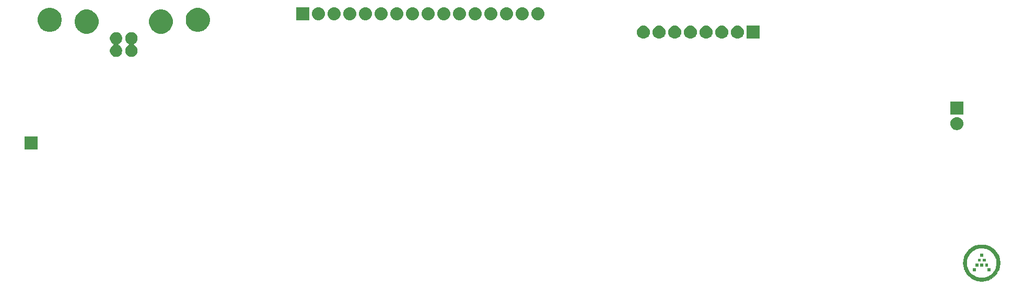
<source format=gbs>
G04 #@! TF.GenerationSoftware,KiCad,Pcbnew,(5.1.4)-1*
G04 #@! TF.CreationDate,2020-03-31T09:16:42+09:00*
G04 #@! TF.ProjectId,ssk-controller,73736b2d-636f-46e7-9472-6f6c6c65722e,rev?*
G04 #@! TF.SameCoordinates,Original*
G04 #@! TF.FileFunction,Soldermask,Bot*
G04 #@! TF.FilePolarity,Negative*
%FSLAX46Y46*%
G04 Gerber Fmt 4.6, Leading zero omitted, Abs format (unit mm)*
G04 Created by KiCad (PCBNEW (5.1.4)-1) date 2020-03-31 09:16:42*
%MOMM*%
%LPD*%
G04 APERTURE LIST*
%ADD10C,0.010000*%
%ADD11C,0.100000*%
G04 APERTURE END LIST*
D10*
G36*
X253809500Y-93420500D02*
G01*
X254214312Y-93420500D01*
X254214312Y-93015688D01*
X253809500Y-93015688D01*
X253809500Y-93420500D01*
X253809500Y-93420500D01*
G37*
X253809500Y-93420500D02*
X254214312Y-93420500D01*
X254214312Y-93015688D01*
X253809500Y-93015688D01*
X253809500Y-93420500D01*
G36*
X253404687Y-94206313D02*
G01*
X253809500Y-94206313D01*
X253809500Y-93825313D01*
X253404687Y-93825313D01*
X253404687Y-94206313D01*
X253404687Y-94206313D01*
G37*
X253404687Y-94206313D02*
X253809500Y-94206313D01*
X253809500Y-93825313D01*
X253404687Y-93825313D01*
X253404687Y-94206313D01*
G36*
X254214312Y-94206313D02*
G01*
X254595312Y-94206313D01*
X254595312Y-93825313D01*
X254214312Y-93825313D01*
X254214312Y-94206313D01*
X254214312Y-94206313D01*
G37*
X254214312Y-94206313D02*
X254595312Y-94206313D01*
X254595312Y-93825313D01*
X254214312Y-93825313D01*
X254214312Y-94206313D01*
G36*
X253023687Y-95015938D02*
G01*
X253404687Y-95015938D01*
X253404687Y-94611125D01*
X253023687Y-94611125D01*
X253023687Y-95015938D01*
X253023687Y-95015938D01*
G37*
X253023687Y-95015938D02*
X253404687Y-95015938D01*
X253404687Y-94611125D01*
X253023687Y-94611125D01*
X253023687Y-95015938D01*
G36*
X253809500Y-95015938D02*
G01*
X254214312Y-95015938D01*
X254214312Y-94611125D01*
X253809500Y-94611125D01*
X253809500Y-95015938D01*
X253809500Y-95015938D01*
G37*
X253809500Y-95015938D02*
X254214312Y-95015938D01*
X254214312Y-94611125D01*
X253809500Y-94611125D01*
X253809500Y-95015938D01*
G36*
X254595312Y-95015938D02*
G01*
X255000125Y-95015938D01*
X255000125Y-94611125D01*
X254595312Y-94611125D01*
X254595312Y-95015938D01*
X254595312Y-95015938D01*
G37*
X254595312Y-95015938D02*
X255000125Y-95015938D01*
X255000125Y-94611125D01*
X254595312Y-94611125D01*
X254595312Y-95015938D01*
G36*
X252618875Y-95801750D02*
G01*
X253023687Y-95801750D01*
X253023687Y-95396938D01*
X252618875Y-95396938D01*
X252618875Y-95801750D01*
X252618875Y-95801750D01*
G37*
X252618875Y-95801750D02*
X253023687Y-95801750D01*
X253023687Y-95396938D01*
X252618875Y-95396938D01*
X252618875Y-95801750D01*
G36*
X255000125Y-95801750D02*
G01*
X255404937Y-95801750D01*
X255404937Y-95396938D01*
X255000125Y-95396938D01*
X255000125Y-95801750D01*
X255000125Y-95801750D01*
G37*
X255000125Y-95801750D02*
X255404937Y-95801750D01*
X255404937Y-95396938D01*
X255000125Y-95396938D01*
X255000125Y-95801750D01*
G36*
X253996031Y-91528045D02*
G01*
X253871913Y-91529415D01*
X253760201Y-91533572D01*
X253657608Y-91540919D01*
X253560844Y-91551860D01*
X253466622Y-91566798D01*
X253371653Y-91586137D01*
X253272649Y-91610281D01*
X253227370Y-91622418D01*
X253018823Y-91687656D01*
X252816735Y-91766992D01*
X252621872Y-91860028D01*
X252435001Y-91966368D01*
X252256886Y-92085616D01*
X252104740Y-92203617D01*
X251947072Y-92344342D01*
X251799735Y-92495787D01*
X251663414Y-92656885D01*
X251538792Y-92826567D01*
X251426553Y-93003766D01*
X251327380Y-93187416D01*
X251241958Y-93376447D01*
X251170970Y-93569793D01*
X251122216Y-93737803D01*
X251089145Y-93877789D01*
X251063785Y-94009725D01*
X251045393Y-94138997D01*
X251033225Y-94270993D01*
X251026539Y-94411100D01*
X251025886Y-94436500D01*
X251028605Y-94654797D01*
X251046800Y-94869580D01*
X251080465Y-95080821D01*
X251129594Y-95288489D01*
X251194181Y-95492555D01*
X251258378Y-95656487D01*
X251286461Y-95721752D01*
X251310523Y-95775910D01*
X251332392Y-95822613D01*
X251353893Y-95865513D01*
X251376854Y-95908263D01*
X251403100Y-95954515D01*
X251432225Y-96004156D01*
X251551444Y-96190427D01*
X251681548Y-96365153D01*
X251822671Y-96528465D01*
X251974945Y-96680496D01*
X252138503Y-96821380D01*
X252313476Y-96951248D01*
X252495844Y-97067775D01*
X252548673Y-97098744D01*
X252594586Y-97124721D01*
X252637235Y-97147531D01*
X252680272Y-97169001D01*
X252727349Y-97190957D01*
X252782119Y-97215225D01*
X252843513Y-97241622D01*
X252939746Y-97281169D01*
X253028464Y-97314208D01*
X253115578Y-97342695D01*
X253207002Y-97368589D01*
X253289594Y-97389322D01*
X253454110Y-97424876D01*
X253611205Y-97450553D01*
X253765433Y-97466893D01*
X253921351Y-97474436D01*
X254011906Y-97475013D01*
X254063125Y-97474498D01*
X254111246Y-97473793D01*
X254153126Y-97472960D01*
X254185622Y-97472063D01*
X254205590Y-97471165D01*
X254206375Y-97471109D01*
X254422549Y-97447157D01*
X254635306Y-97408170D01*
X254843787Y-97354467D01*
X255047132Y-97286363D01*
X255244484Y-97204176D01*
X255434982Y-97108225D01*
X255617768Y-96998826D01*
X255768724Y-96893796D01*
X255941651Y-96755449D01*
X256102335Y-96607088D01*
X256250549Y-96449039D01*
X256386071Y-96281632D01*
X256508676Y-96105194D01*
X256618139Y-95920052D01*
X256714237Y-95726535D01*
X256796744Y-95524971D01*
X256865437Y-95315688D01*
X256877582Y-95272630D01*
X256903948Y-95170835D01*
X256925333Y-95074511D01*
X256942141Y-94980367D01*
X256954775Y-94885117D01*
X256963640Y-94785470D01*
X256969138Y-94678140D01*
X256971674Y-94559836D01*
X256971955Y-94503969D01*
X256971280Y-94448608D01*
X256439206Y-94448608D01*
X256439103Y-94528746D01*
X256437437Y-94608410D01*
X256434241Y-94683537D01*
X256429544Y-94750060D01*
X256425824Y-94785750D01*
X256393950Y-94983048D01*
X256347299Y-95174663D01*
X256286049Y-95360222D01*
X256210381Y-95539349D01*
X256120473Y-95711669D01*
X256016506Y-95876809D01*
X255898659Y-96034393D01*
X255767112Y-96184047D01*
X255744776Y-96207260D01*
X255610542Y-96334334D01*
X255464840Y-96452270D01*
X255310369Y-96559090D01*
X255149831Y-96652816D01*
X255104042Y-96676504D01*
X255029634Y-96713153D01*
X254964393Y-96743372D01*
X254903896Y-96768940D01*
X254843722Y-96791634D01*
X254779449Y-96813233D01*
X254714375Y-96833227D01*
X254525162Y-96882640D01*
X254339411Y-96917091D01*
X254155673Y-96936714D01*
X253972497Y-96941642D01*
X253788436Y-96932011D01*
X253721894Y-96925031D01*
X253534562Y-96896087D01*
X253354981Y-96854278D01*
X253180643Y-96798854D01*
X253009041Y-96729064D01*
X252912084Y-96682866D01*
X252741452Y-96589447D01*
X252582036Y-96485712D01*
X252433078Y-96370974D01*
X252293821Y-96244550D01*
X252163506Y-96105754D01*
X252041376Y-95953903D01*
X251933108Y-95798259D01*
X251907982Y-95757068D01*
X251878659Y-95704940D01*
X251846959Y-95645496D01*
X251814701Y-95582356D01*
X251783707Y-95519140D01*
X251755794Y-95459467D01*
X251732785Y-95406957D01*
X251719347Y-95373125D01*
X251656480Y-95181584D01*
X251609084Y-94988845D01*
X251577200Y-94795450D01*
X251560870Y-94601940D01*
X251560132Y-94408857D01*
X251575028Y-94216742D01*
X251605598Y-94026136D01*
X251615401Y-93980094D01*
X251649050Y-93843801D01*
X251687358Y-93717618D01*
X251732296Y-93596007D01*
X251785837Y-93473432D01*
X251823496Y-93395958D01*
X251917201Y-93227110D01*
X252024026Y-93066673D01*
X252143202Y-92915368D01*
X252273963Y-92773914D01*
X252415540Y-92643031D01*
X252567166Y-92523440D01*
X252728073Y-92415860D01*
X252897493Y-92321011D01*
X253041675Y-92253480D01*
X253213303Y-92187085D01*
X253385857Y-92135087D01*
X253561344Y-92097078D01*
X253741774Y-92072651D01*
X253929155Y-92061397D01*
X253992062Y-92060507D01*
X254190157Y-92066877D01*
X254381785Y-92087522D01*
X254567719Y-92122673D01*
X254748735Y-92172567D01*
X254925606Y-92237435D01*
X255099106Y-92317513D01*
X255270009Y-92413035D01*
X255370706Y-92477244D01*
X255510139Y-92578772D01*
X255644337Y-92693278D01*
X255771659Y-92818839D01*
X255890465Y-92953531D01*
X255999114Y-93095431D01*
X256095965Y-93242615D01*
X256179378Y-93393161D01*
X256214174Y-93466080D01*
X256275577Y-93610939D01*
X256325808Y-93750178D01*
X256366065Y-93888126D01*
X256397544Y-94029114D01*
X256421444Y-94177471D01*
X256429845Y-94246000D01*
X256434608Y-94303170D01*
X256437718Y-94372061D01*
X256439206Y-94448608D01*
X256971280Y-94448608D01*
X256970210Y-94360973D01*
X256964336Y-94230106D01*
X256953762Y-94108025D01*
X256937915Y-93991385D01*
X256916223Y-93876844D01*
X256888113Y-93761059D01*
X256853014Y-93640687D01*
X256810353Y-93512384D01*
X256794659Y-93468125D01*
X256716274Y-93273406D01*
X256623434Y-93085072D01*
X256516328Y-92903385D01*
X256395148Y-92728608D01*
X256260083Y-92561003D01*
X256111326Y-92400833D01*
X255949067Y-92248360D01*
X255842229Y-92158179D01*
X255756400Y-92092686D01*
X255658861Y-92025360D01*
X255553252Y-91958412D01*
X255443214Y-91894055D01*
X255332387Y-91834500D01*
X255224411Y-91781958D01*
X255218406Y-91779215D01*
X255148446Y-91749342D01*
X255067265Y-91717956D01*
X254979233Y-91686536D01*
X254888721Y-91656562D01*
X254800099Y-91629511D01*
X254717736Y-91606864D01*
X254685850Y-91598971D01*
X254592625Y-91578203D01*
X254503651Y-91561543D01*
X254415647Y-91548652D01*
X254325331Y-91539195D01*
X254229422Y-91532832D01*
X254124640Y-91529228D01*
X254007705Y-91528044D01*
X253996031Y-91528045D01*
X253996031Y-91528045D01*
G37*
X253996031Y-91528045D02*
X253871913Y-91529415D01*
X253760201Y-91533572D01*
X253657608Y-91540919D01*
X253560844Y-91551860D01*
X253466622Y-91566798D01*
X253371653Y-91586137D01*
X253272649Y-91610281D01*
X253227370Y-91622418D01*
X253018823Y-91687656D01*
X252816735Y-91766992D01*
X252621872Y-91860028D01*
X252435001Y-91966368D01*
X252256886Y-92085616D01*
X252104740Y-92203617D01*
X251947072Y-92344342D01*
X251799735Y-92495787D01*
X251663414Y-92656885D01*
X251538792Y-92826567D01*
X251426553Y-93003766D01*
X251327380Y-93187416D01*
X251241958Y-93376447D01*
X251170970Y-93569793D01*
X251122216Y-93737803D01*
X251089145Y-93877789D01*
X251063785Y-94009725D01*
X251045393Y-94138997D01*
X251033225Y-94270993D01*
X251026539Y-94411100D01*
X251025886Y-94436500D01*
X251028605Y-94654797D01*
X251046800Y-94869580D01*
X251080465Y-95080821D01*
X251129594Y-95288489D01*
X251194181Y-95492555D01*
X251258378Y-95656487D01*
X251286461Y-95721752D01*
X251310523Y-95775910D01*
X251332392Y-95822613D01*
X251353893Y-95865513D01*
X251376854Y-95908263D01*
X251403100Y-95954515D01*
X251432225Y-96004156D01*
X251551444Y-96190427D01*
X251681548Y-96365153D01*
X251822671Y-96528465D01*
X251974945Y-96680496D01*
X252138503Y-96821380D01*
X252313476Y-96951248D01*
X252495844Y-97067775D01*
X252548673Y-97098744D01*
X252594586Y-97124721D01*
X252637235Y-97147531D01*
X252680272Y-97169001D01*
X252727349Y-97190957D01*
X252782119Y-97215225D01*
X252843513Y-97241622D01*
X252939746Y-97281169D01*
X253028464Y-97314208D01*
X253115578Y-97342695D01*
X253207002Y-97368589D01*
X253289594Y-97389322D01*
X253454110Y-97424876D01*
X253611205Y-97450553D01*
X253765433Y-97466893D01*
X253921351Y-97474436D01*
X254011906Y-97475013D01*
X254063125Y-97474498D01*
X254111246Y-97473793D01*
X254153126Y-97472960D01*
X254185622Y-97472063D01*
X254205590Y-97471165D01*
X254206375Y-97471109D01*
X254422549Y-97447157D01*
X254635306Y-97408170D01*
X254843787Y-97354467D01*
X255047132Y-97286363D01*
X255244484Y-97204176D01*
X255434982Y-97108225D01*
X255617768Y-96998826D01*
X255768724Y-96893796D01*
X255941651Y-96755449D01*
X256102335Y-96607088D01*
X256250549Y-96449039D01*
X256386071Y-96281632D01*
X256508676Y-96105194D01*
X256618139Y-95920052D01*
X256714237Y-95726535D01*
X256796744Y-95524971D01*
X256865437Y-95315688D01*
X256877582Y-95272630D01*
X256903948Y-95170835D01*
X256925333Y-95074511D01*
X256942141Y-94980367D01*
X256954775Y-94885117D01*
X256963640Y-94785470D01*
X256969138Y-94678140D01*
X256971674Y-94559836D01*
X256971955Y-94503969D01*
X256971280Y-94448608D01*
X256439206Y-94448608D01*
X256439103Y-94528746D01*
X256437437Y-94608410D01*
X256434241Y-94683537D01*
X256429544Y-94750060D01*
X256425824Y-94785750D01*
X256393950Y-94983048D01*
X256347299Y-95174663D01*
X256286049Y-95360222D01*
X256210381Y-95539349D01*
X256120473Y-95711669D01*
X256016506Y-95876809D01*
X255898659Y-96034393D01*
X255767112Y-96184047D01*
X255744776Y-96207260D01*
X255610542Y-96334334D01*
X255464840Y-96452270D01*
X255310369Y-96559090D01*
X255149831Y-96652816D01*
X255104042Y-96676504D01*
X255029634Y-96713153D01*
X254964393Y-96743372D01*
X254903896Y-96768940D01*
X254843722Y-96791634D01*
X254779449Y-96813233D01*
X254714375Y-96833227D01*
X254525162Y-96882640D01*
X254339411Y-96917091D01*
X254155673Y-96936714D01*
X253972497Y-96941642D01*
X253788436Y-96932011D01*
X253721894Y-96925031D01*
X253534562Y-96896087D01*
X253354981Y-96854278D01*
X253180643Y-96798854D01*
X253009041Y-96729064D01*
X252912084Y-96682866D01*
X252741452Y-96589447D01*
X252582036Y-96485712D01*
X252433078Y-96370974D01*
X252293821Y-96244550D01*
X252163506Y-96105754D01*
X252041376Y-95953903D01*
X251933108Y-95798259D01*
X251907982Y-95757068D01*
X251878659Y-95704940D01*
X251846959Y-95645496D01*
X251814701Y-95582356D01*
X251783707Y-95519140D01*
X251755794Y-95459467D01*
X251732785Y-95406957D01*
X251719347Y-95373125D01*
X251656480Y-95181584D01*
X251609084Y-94988845D01*
X251577200Y-94795450D01*
X251560870Y-94601940D01*
X251560132Y-94408857D01*
X251575028Y-94216742D01*
X251605598Y-94026136D01*
X251615401Y-93980094D01*
X251649050Y-93843801D01*
X251687358Y-93717618D01*
X251732296Y-93596007D01*
X251785837Y-93473432D01*
X251823496Y-93395958D01*
X251917201Y-93227110D01*
X252024026Y-93066673D01*
X252143202Y-92915368D01*
X252273963Y-92773914D01*
X252415540Y-92643031D01*
X252567166Y-92523440D01*
X252728073Y-92415860D01*
X252897493Y-92321011D01*
X253041675Y-92253480D01*
X253213303Y-92187085D01*
X253385857Y-92135087D01*
X253561344Y-92097078D01*
X253741774Y-92072651D01*
X253929155Y-92061397D01*
X253992062Y-92060507D01*
X254190157Y-92066877D01*
X254381785Y-92087522D01*
X254567719Y-92122673D01*
X254748735Y-92172567D01*
X254925606Y-92237435D01*
X255099106Y-92317513D01*
X255270009Y-92413035D01*
X255370706Y-92477244D01*
X255510139Y-92578772D01*
X255644337Y-92693278D01*
X255771659Y-92818839D01*
X255890465Y-92953531D01*
X255999114Y-93095431D01*
X256095965Y-93242615D01*
X256179378Y-93393161D01*
X256214174Y-93466080D01*
X256275577Y-93610939D01*
X256325808Y-93750178D01*
X256366065Y-93888126D01*
X256397544Y-94029114D01*
X256421444Y-94177471D01*
X256429845Y-94246000D01*
X256434608Y-94303170D01*
X256437718Y-94372061D01*
X256439206Y-94448608D01*
X256971280Y-94448608D01*
X256970210Y-94360973D01*
X256964336Y-94230106D01*
X256953762Y-94108025D01*
X256937915Y-93991385D01*
X256916223Y-93876844D01*
X256888113Y-93761059D01*
X256853014Y-93640687D01*
X256810353Y-93512384D01*
X256794659Y-93468125D01*
X256716274Y-93273406D01*
X256623434Y-93085072D01*
X256516328Y-92903385D01*
X256395148Y-92728608D01*
X256260083Y-92561003D01*
X256111326Y-92400833D01*
X255949067Y-92248360D01*
X255842229Y-92158179D01*
X255756400Y-92092686D01*
X255658861Y-92025360D01*
X255553252Y-91958412D01*
X255443214Y-91894055D01*
X255332387Y-91834500D01*
X255224411Y-91781958D01*
X255218406Y-91779215D01*
X255148446Y-91749342D01*
X255067265Y-91717956D01*
X254979233Y-91686536D01*
X254888721Y-91656562D01*
X254800099Y-91629511D01*
X254717736Y-91606864D01*
X254685850Y-91598971D01*
X254592625Y-91578203D01*
X254503651Y-91561543D01*
X254415647Y-91548652D01*
X254325331Y-91539195D01*
X254229422Y-91532832D01*
X254124640Y-91529228D01*
X254007705Y-91528044D01*
X253996031Y-91528045D01*
D11*
G36*
X101050000Y-76050000D02*
G01*
X98950000Y-76050000D01*
X98950000Y-73950000D01*
X101050000Y-73950000D01*
X101050000Y-76050000D01*
X101050000Y-76050000D01*
G37*
G36*
X250128707Y-70816346D02*
G01*
X250205836Y-70823943D01*
X250403762Y-70883983D01*
X250403765Y-70883984D01*
X250586170Y-70981482D01*
X250746055Y-71112695D01*
X250877268Y-71272580D01*
X250974766Y-71454985D01*
X250974767Y-71454988D01*
X251034807Y-71652914D01*
X251055080Y-71858750D01*
X251034807Y-72064586D01*
X250974767Y-72262512D01*
X250974766Y-72262515D01*
X250877268Y-72444920D01*
X250746055Y-72604805D01*
X250586170Y-72736018D01*
X250403765Y-72833516D01*
X250403762Y-72833517D01*
X250205836Y-72893557D01*
X250128707Y-72901153D01*
X250051580Y-72908750D01*
X249948420Y-72908750D01*
X249871293Y-72901153D01*
X249794164Y-72893557D01*
X249596238Y-72833517D01*
X249596235Y-72833516D01*
X249413830Y-72736018D01*
X249253945Y-72604805D01*
X249122732Y-72444920D01*
X249025234Y-72262515D01*
X249025233Y-72262512D01*
X248965193Y-72064586D01*
X248944920Y-71858750D01*
X248965193Y-71652914D01*
X249025233Y-71454988D01*
X249025234Y-71454985D01*
X249122732Y-71272580D01*
X249253945Y-71112695D01*
X249413830Y-70981482D01*
X249596235Y-70883984D01*
X249596238Y-70883983D01*
X249794164Y-70823943D01*
X249871293Y-70816346D01*
X249948420Y-70808750D01*
X250051580Y-70808750D01*
X250128707Y-70816346D01*
X250128707Y-70816346D01*
G37*
G36*
X251050000Y-70368750D02*
G01*
X248950000Y-70368750D01*
X248950000Y-68268750D01*
X251050000Y-68268750D01*
X251050000Y-70368750D01*
X251050000Y-70368750D01*
G37*
G36*
X116477290Y-57025619D02*
G01*
X116541689Y-57038429D01*
X116723678Y-57113811D01*
X116887463Y-57223249D01*
X117026751Y-57362537D01*
X117136189Y-57526322D01*
X117211571Y-57708311D01*
X117211571Y-57708312D01*
X117245179Y-57877268D01*
X117250000Y-57901509D01*
X117250000Y-58098491D01*
X117211571Y-58291689D01*
X117136189Y-58473678D01*
X117026751Y-58637463D01*
X116887463Y-58776751D01*
X116723678Y-58886189D01*
X116723676Y-58886190D01*
X116720042Y-58888618D01*
X116706105Y-58896066D01*
X116687163Y-58911611D01*
X116671618Y-58930553D01*
X116660066Y-58952164D01*
X116652953Y-58975613D01*
X116650551Y-58999999D01*
X116652953Y-59024385D01*
X116660066Y-59047834D01*
X116671616Y-59069445D01*
X116687161Y-59088387D01*
X116706103Y-59103932D01*
X116720039Y-59111381D01*
X116723672Y-59113809D01*
X116723678Y-59113811D01*
X116887463Y-59223249D01*
X117026751Y-59362537D01*
X117136189Y-59526322D01*
X117211571Y-59708311D01*
X117250000Y-59901509D01*
X117250000Y-60098491D01*
X117211571Y-60291689D01*
X117136189Y-60473678D01*
X117026751Y-60637463D01*
X116887463Y-60776751D01*
X116723678Y-60886189D01*
X116541689Y-60961571D01*
X116477290Y-60974381D01*
X116348493Y-61000000D01*
X116151507Y-61000000D01*
X116022710Y-60974381D01*
X115958311Y-60961571D01*
X115776322Y-60886189D01*
X115612537Y-60776751D01*
X115473249Y-60637463D01*
X115363811Y-60473678D01*
X115288429Y-60291689D01*
X115250000Y-60098491D01*
X115250000Y-59901509D01*
X115288429Y-59708311D01*
X115363811Y-59526322D01*
X115473249Y-59362537D01*
X115612537Y-59223249D01*
X115776322Y-59113811D01*
X115776324Y-59113810D01*
X115779958Y-59111382D01*
X115793895Y-59103934D01*
X115812837Y-59088389D01*
X115828382Y-59069447D01*
X115839934Y-59047836D01*
X115847047Y-59024387D01*
X115849449Y-59000001D01*
X115847047Y-58975615D01*
X115839934Y-58952166D01*
X115828384Y-58930555D01*
X115812839Y-58911613D01*
X115793897Y-58896068D01*
X115779961Y-58888619D01*
X115776328Y-58886191D01*
X115776322Y-58886189D01*
X115612537Y-58776751D01*
X115473249Y-58637463D01*
X115363811Y-58473678D01*
X115288429Y-58291689D01*
X115250000Y-58098491D01*
X115250000Y-57901509D01*
X115254822Y-57877268D01*
X115288429Y-57708312D01*
X115288429Y-57708311D01*
X115363811Y-57526322D01*
X115473249Y-57362537D01*
X115612537Y-57223249D01*
X115776322Y-57113811D01*
X115958311Y-57038429D01*
X116022710Y-57025619D01*
X116151507Y-57000000D01*
X116348493Y-57000000D01*
X116477290Y-57025619D01*
X116477290Y-57025619D01*
G37*
G36*
X113977290Y-57025619D02*
G01*
X114041689Y-57038429D01*
X114223678Y-57113811D01*
X114387463Y-57223249D01*
X114526751Y-57362537D01*
X114636189Y-57526322D01*
X114711571Y-57708311D01*
X114711571Y-57708312D01*
X114745179Y-57877268D01*
X114750000Y-57901509D01*
X114750000Y-58098491D01*
X114711571Y-58291689D01*
X114636189Y-58473678D01*
X114526751Y-58637463D01*
X114387463Y-58776751D01*
X114223678Y-58886189D01*
X114223676Y-58886190D01*
X114220042Y-58888618D01*
X114206105Y-58896066D01*
X114187163Y-58911611D01*
X114171618Y-58930553D01*
X114160066Y-58952164D01*
X114152953Y-58975613D01*
X114150551Y-58999999D01*
X114152953Y-59024385D01*
X114160066Y-59047834D01*
X114171616Y-59069445D01*
X114187161Y-59088387D01*
X114206103Y-59103932D01*
X114220039Y-59111381D01*
X114223672Y-59113809D01*
X114223678Y-59113811D01*
X114387463Y-59223249D01*
X114526751Y-59362537D01*
X114636189Y-59526322D01*
X114711571Y-59708311D01*
X114750000Y-59901509D01*
X114750000Y-60098491D01*
X114711571Y-60291689D01*
X114636189Y-60473678D01*
X114526751Y-60637463D01*
X114387463Y-60776751D01*
X114223678Y-60886189D01*
X114041689Y-60961571D01*
X113977290Y-60974381D01*
X113848493Y-61000000D01*
X113651507Y-61000000D01*
X113522710Y-60974381D01*
X113458311Y-60961571D01*
X113276322Y-60886189D01*
X113112537Y-60776751D01*
X112973249Y-60637463D01*
X112863811Y-60473678D01*
X112788429Y-60291689D01*
X112750000Y-60098491D01*
X112750000Y-59901509D01*
X112788429Y-59708311D01*
X112863811Y-59526322D01*
X112973249Y-59362537D01*
X113112537Y-59223249D01*
X113276322Y-59113811D01*
X113276324Y-59113810D01*
X113279958Y-59111382D01*
X113293895Y-59103934D01*
X113312837Y-59088389D01*
X113328382Y-59069447D01*
X113339934Y-59047836D01*
X113347047Y-59024387D01*
X113349449Y-59000001D01*
X113347047Y-58975615D01*
X113339934Y-58952166D01*
X113328384Y-58930555D01*
X113312839Y-58911613D01*
X113293897Y-58896068D01*
X113279961Y-58888619D01*
X113276328Y-58886191D01*
X113276322Y-58886189D01*
X113112537Y-58776751D01*
X112973249Y-58637463D01*
X112863811Y-58473678D01*
X112788429Y-58291689D01*
X112750000Y-58098491D01*
X112750000Y-57901509D01*
X112754822Y-57877268D01*
X112788429Y-57708312D01*
X112788429Y-57708311D01*
X112863811Y-57526322D01*
X112973249Y-57362537D01*
X113112537Y-57223249D01*
X113276322Y-57113811D01*
X113458311Y-57038429D01*
X113522710Y-57025619D01*
X113651507Y-57000000D01*
X113848493Y-57000000D01*
X113977290Y-57025619D01*
X113977290Y-57025619D01*
G37*
G36*
X214588707Y-55957597D02*
G01*
X214665836Y-55965193D01*
X214863762Y-56025233D01*
X214863765Y-56025234D01*
X215046170Y-56122732D01*
X215206055Y-56253945D01*
X215337268Y-56413830D01*
X215434766Y-56596235D01*
X215434767Y-56596238D01*
X215494807Y-56794164D01*
X215515080Y-57000000D01*
X215494807Y-57205836D01*
X215484443Y-57240000D01*
X215434766Y-57403765D01*
X215337268Y-57586170D01*
X215206055Y-57746055D01*
X215046170Y-57877268D01*
X214863765Y-57974766D01*
X214863762Y-57974767D01*
X214665836Y-58034807D01*
X214588707Y-58042404D01*
X214511580Y-58050000D01*
X214408420Y-58050000D01*
X214331293Y-58042404D01*
X214254164Y-58034807D01*
X214056238Y-57974767D01*
X214056235Y-57974766D01*
X213873830Y-57877268D01*
X213713945Y-57746055D01*
X213582732Y-57586170D01*
X213485234Y-57403765D01*
X213435557Y-57240000D01*
X213425193Y-57205836D01*
X213404920Y-57000000D01*
X213425193Y-56794164D01*
X213485233Y-56596238D01*
X213485234Y-56596235D01*
X213582732Y-56413830D01*
X213713945Y-56253945D01*
X213873830Y-56122732D01*
X214056235Y-56025234D01*
X214056238Y-56025233D01*
X214254164Y-55965193D01*
X214331293Y-55957597D01*
X214408420Y-55950000D01*
X214511580Y-55950000D01*
X214588707Y-55957597D01*
X214588707Y-55957597D01*
G37*
G36*
X218050000Y-58050000D02*
G01*
X215950000Y-58050000D01*
X215950000Y-55950000D01*
X218050000Y-55950000D01*
X218050000Y-58050000D01*
X218050000Y-58050000D01*
G37*
G36*
X212048707Y-55957597D02*
G01*
X212125836Y-55965193D01*
X212323762Y-56025233D01*
X212323765Y-56025234D01*
X212506170Y-56122732D01*
X212666055Y-56253945D01*
X212797268Y-56413830D01*
X212894766Y-56596235D01*
X212894767Y-56596238D01*
X212954807Y-56794164D01*
X212975080Y-57000000D01*
X212954807Y-57205836D01*
X212944443Y-57240000D01*
X212894766Y-57403765D01*
X212797268Y-57586170D01*
X212666055Y-57746055D01*
X212506170Y-57877268D01*
X212323765Y-57974766D01*
X212323762Y-57974767D01*
X212125836Y-58034807D01*
X212048707Y-58042404D01*
X211971580Y-58050000D01*
X211868420Y-58050000D01*
X211791293Y-58042404D01*
X211714164Y-58034807D01*
X211516238Y-57974767D01*
X211516235Y-57974766D01*
X211333830Y-57877268D01*
X211173945Y-57746055D01*
X211042732Y-57586170D01*
X210945234Y-57403765D01*
X210895557Y-57240000D01*
X210885193Y-57205836D01*
X210864920Y-57000000D01*
X210885193Y-56794164D01*
X210945233Y-56596238D01*
X210945234Y-56596235D01*
X211042732Y-56413830D01*
X211173945Y-56253945D01*
X211333830Y-56122732D01*
X211516235Y-56025234D01*
X211516238Y-56025233D01*
X211714164Y-55965193D01*
X211791293Y-55957597D01*
X211868420Y-55950000D01*
X211971580Y-55950000D01*
X212048707Y-55957597D01*
X212048707Y-55957597D01*
G37*
G36*
X209508707Y-55957597D02*
G01*
X209585836Y-55965193D01*
X209783762Y-56025233D01*
X209783765Y-56025234D01*
X209966170Y-56122732D01*
X210126055Y-56253945D01*
X210257268Y-56413830D01*
X210354766Y-56596235D01*
X210354767Y-56596238D01*
X210414807Y-56794164D01*
X210435080Y-57000000D01*
X210414807Y-57205836D01*
X210404443Y-57240000D01*
X210354766Y-57403765D01*
X210257268Y-57586170D01*
X210126055Y-57746055D01*
X209966170Y-57877268D01*
X209783765Y-57974766D01*
X209783762Y-57974767D01*
X209585836Y-58034807D01*
X209508707Y-58042404D01*
X209431580Y-58050000D01*
X209328420Y-58050000D01*
X209251293Y-58042404D01*
X209174164Y-58034807D01*
X208976238Y-57974767D01*
X208976235Y-57974766D01*
X208793830Y-57877268D01*
X208633945Y-57746055D01*
X208502732Y-57586170D01*
X208405234Y-57403765D01*
X208355557Y-57240000D01*
X208345193Y-57205836D01*
X208324920Y-57000000D01*
X208345193Y-56794164D01*
X208405233Y-56596238D01*
X208405234Y-56596235D01*
X208502732Y-56413830D01*
X208633945Y-56253945D01*
X208793830Y-56122732D01*
X208976235Y-56025234D01*
X208976238Y-56025233D01*
X209174164Y-55965193D01*
X209251293Y-55957597D01*
X209328420Y-55950000D01*
X209431580Y-55950000D01*
X209508707Y-55957597D01*
X209508707Y-55957597D01*
G37*
G36*
X206968707Y-55957597D02*
G01*
X207045836Y-55965193D01*
X207243762Y-56025233D01*
X207243765Y-56025234D01*
X207426170Y-56122732D01*
X207586055Y-56253945D01*
X207717268Y-56413830D01*
X207814766Y-56596235D01*
X207814767Y-56596238D01*
X207874807Y-56794164D01*
X207895080Y-57000000D01*
X207874807Y-57205836D01*
X207864443Y-57240000D01*
X207814766Y-57403765D01*
X207717268Y-57586170D01*
X207586055Y-57746055D01*
X207426170Y-57877268D01*
X207243765Y-57974766D01*
X207243762Y-57974767D01*
X207045836Y-58034807D01*
X206968707Y-58042404D01*
X206891580Y-58050000D01*
X206788420Y-58050000D01*
X206711293Y-58042404D01*
X206634164Y-58034807D01*
X206436238Y-57974767D01*
X206436235Y-57974766D01*
X206253830Y-57877268D01*
X206093945Y-57746055D01*
X205962732Y-57586170D01*
X205865234Y-57403765D01*
X205815557Y-57240000D01*
X205805193Y-57205836D01*
X205784920Y-57000000D01*
X205805193Y-56794164D01*
X205865233Y-56596238D01*
X205865234Y-56596235D01*
X205962732Y-56413830D01*
X206093945Y-56253945D01*
X206253830Y-56122732D01*
X206436235Y-56025234D01*
X206436238Y-56025233D01*
X206634164Y-55965193D01*
X206711293Y-55957597D01*
X206788420Y-55950000D01*
X206891580Y-55950000D01*
X206968707Y-55957597D01*
X206968707Y-55957597D01*
G37*
G36*
X204428707Y-55957597D02*
G01*
X204505836Y-55965193D01*
X204703762Y-56025233D01*
X204703765Y-56025234D01*
X204886170Y-56122732D01*
X205046055Y-56253945D01*
X205177268Y-56413830D01*
X205274766Y-56596235D01*
X205274767Y-56596238D01*
X205334807Y-56794164D01*
X205355080Y-57000000D01*
X205334807Y-57205836D01*
X205324443Y-57240000D01*
X205274766Y-57403765D01*
X205177268Y-57586170D01*
X205046055Y-57746055D01*
X204886170Y-57877268D01*
X204703765Y-57974766D01*
X204703762Y-57974767D01*
X204505836Y-58034807D01*
X204428707Y-58042404D01*
X204351580Y-58050000D01*
X204248420Y-58050000D01*
X204171293Y-58042404D01*
X204094164Y-58034807D01*
X203896238Y-57974767D01*
X203896235Y-57974766D01*
X203713830Y-57877268D01*
X203553945Y-57746055D01*
X203422732Y-57586170D01*
X203325234Y-57403765D01*
X203275557Y-57240000D01*
X203265193Y-57205836D01*
X203244920Y-57000000D01*
X203265193Y-56794164D01*
X203325233Y-56596238D01*
X203325234Y-56596235D01*
X203422732Y-56413830D01*
X203553945Y-56253945D01*
X203713830Y-56122732D01*
X203896235Y-56025234D01*
X203896238Y-56025233D01*
X204094164Y-55965193D01*
X204171293Y-55957597D01*
X204248420Y-55950000D01*
X204351580Y-55950000D01*
X204428707Y-55957597D01*
X204428707Y-55957597D01*
G37*
G36*
X201888707Y-55957597D02*
G01*
X201965836Y-55965193D01*
X202163762Y-56025233D01*
X202163765Y-56025234D01*
X202346170Y-56122732D01*
X202506055Y-56253945D01*
X202637268Y-56413830D01*
X202734766Y-56596235D01*
X202734767Y-56596238D01*
X202794807Y-56794164D01*
X202815080Y-57000000D01*
X202794807Y-57205836D01*
X202784443Y-57240000D01*
X202734766Y-57403765D01*
X202637268Y-57586170D01*
X202506055Y-57746055D01*
X202346170Y-57877268D01*
X202163765Y-57974766D01*
X202163762Y-57974767D01*
X201965836Y-58034807D01*
X201888707Y-58042404D01*
X201811580Y-58050000D01*
X201708420Y-58050000D01*
X201631293Y-58042404D01*
X201554164Y-58034807D01*
X201356238Y-57974767D01*
X201356235Y-57974766D01*
X201173830Y-57877268D01*
X201013945Y-57746055D01*
X200882732Y-57586170D01*
X200785234Y-57403765D01*
X200735557Y-57240000D01*
X200725193Y-57205836D01*
X200704920Y-57000000D01*
X200725193Y-56794164D01*
X200785233Y-56596238D01*
X200785234Y-56596235D01*
X200882732Y-56413830D01*
X201013945Y-56253945D01*
X201173830Y-56122732D01*
X201356235Y-56025234D01*
X201356238Y-56025233D01*
X201554164Y-55965193D01*
X201631293Y-55957597D01*
X201708420Y-55950000D01*
X201811580Y-55950000D01*
X201888707Y-55957597D01*
X201888707Y-55957597D01*
G37*
G36*
X199348707Y-55957597D02*
G01*
X199425836Y-55965193D01*
X199623762Y-56025233D01*
X199623765Y-56025234D01*
X199806170Y-56122732D01*
X199966055Y-56253945D01*
X200097268Y-56413830D01*
X200194766Y-56596235D01*
X200194767Y-56596238D01*
X200254807Y-56794164D01*
X200275080Y-57000000D01*
X200254807Y-57205836D01*
X200244443Y-57240000D01*
X200194766Y-57403765D01*
X200097268Y-57586170D01*
X199966055Y-57746055D01*
X199806170Y-57877268D01*
X199623765Y-57974766D01*
X199623762Y-57974767D01*
X199425836Y-58034807D01*
X199348707Y-58042404D01*
X199271580Y-58050000D01*
X199168420Y-58050000D01*
X199091293Y-58042404D01*
X199014164Y-58034807D01*
X198816238Y-57974767D01*
X198816235Y-57974766D01*
X198633830Y-57877268D01*
X198473945Y-57746055D01*
X198342732Y-57586170D01*
X198245234Y-57403765D01*
X198195557Y-57240000D01*
X198185193Y-57205836D01*
X198164920Y-57000000D01*
X198185193Y-56794164D01*
X198245233Y-56596238D01*
X198245234Y-56596235D01*
X198342732Y-56413830D01*
X198473945Y-56253945D01*
X198633830Y-56122732D01*
X198816235Y-56025234D01*
X198816238Y-56025233D01*
X199014164Y-55965193D01*
X199091293Y-55957597D01*
X199168420Y-55950000D01*
X199271580Y-55950000D01*
X199348707Y-55957597D01*
X199348707Y-55957597D01*
G37*
G36*
X121588793Y-53414937D02*
G01*
X121943670Y-53561932D01*
X122263052Y-53775336D01*
X122534664Y-54046948D01*
X122748068Y-54366330D01*
X122895063Y-54721207D01*
X122970000Y-55097940D01*
X122970000Y-55482060D01*
X122895063Y-55858793D01*
X122748068Y-56213670D01*
X122534664Y-56533052D01*
X122263052Y-56804664D01*
X121943670Y-57018068D01*
X121588793Y-57165063D01*
X121212060Y-57240000D01*
X120827940Y-57240000D01*
X120451207Y-57165063D01*
X120096330Y-57018068D01*
X119776948Y-56804664D01*
X119505336Y-56533052D01*
X119291932Y-56213670D01*
X119144937Y-55858793D01*
X119070000Y-55482060D01*
X119070000Y-55097940D01*
X119144937Y-54721207D01*
X119291932Y-54366330D01*
X119505336Y-54046948D01*
X119776948Y-53775336D01*
X120096330Y-53561932D01*
X120451207Y-53414937D01*
X120827940Y-53340000D01*
X121212060Y-53340000D01*
X121588793Y-53414937D01*
X121588793Y-53414937D01*
G37*
G36*
X109548793Y-53414937D02*
G01*
X109903670Y-53561932D01*
X110223052Y-53775336D01*
X110494664Y-54046948D01*
X110708068Y-54366330D01*
X110855063Y-54721207D01*
X110930000Y-55097940D01*
X110930000Y-55482060D01*
X110855063Y-55858793D01*
X110708068Y-56213670D01*
X110494664Y-56533052D01*
X110223052Y-56804664D01*
X109903670Y-57018068D01*
X109548793Y-57165063D01*
X109172060Y-57240000D01*
X108787940Y-57240000D01*
X108411207Y-57165063D01*
X108056330Y-57018068D01*
X107736948Y-56804664D01*
X107465336Y-56533052D01*
X107251932Y-56213670D01*
X107104937Y-55858793D01*
X107030000Y-55482060D01*
X107030000Y-55097940D01*
X107104937Y-54721207D01*
X107251932Y-54366330D01*
X107465336Y-54046948D01*
X107736948Y-53775336D01*
X108056330Y-53561932D01*
X108411207Y-53414937D01*
X108787940Y-53340000D01*
X109172060Y-53340000D01*
X109548793Y-53414937D01*
X109548793Y-53414937D01*
G37*
G36*
X127568793Y-53124937D02*
G01*
X127923670Y-53271932D01*
X128243052Y-53485336D01*
X128514664Y-53756948D01*
X128728068Y-54076330D01*
X128875063Y-54431207D01*
X128950000Y-54807940D01*
X128950000Y-55192060D01*
X128875063Y-55568793D01*
X128728068Y-55923670D01*
X128514664Y-56243052D01*
X128243052Y-56514664D01*
X127923670Y-56728068D01*
X127568793Y-56875063D01*
X127192060Y-56950000D01*
X126807940Y-56950000D01*
X126431207Y-56875063D01*
X126076330Y-56728068D01*
X125756948Y-56514664D01*
X125485336Y-56243052D01*
X125271932Y-55923670D01*
X125124937Y-55568793D01*
X125050000Y-55192060D01*
X125050000Y-54807940D01*
X125124937Y-54431207D01*
X125271932Y-54076330D01*
X125485336Y-53756948D01*
X125756948Y-53485336D01*
X126076330Y-53271932D01*
X126431207Y-53124937D01*
X126807940Y-53050000D01*
X127192060Y-53050000D01*
X127568793Y-53124937D01*
X127568793Y-53124937D01*
G37*
G36*
X103568793Y-53124937D02*
G01*
X103923670Y-53271932D01*
X104243052Y-53485336D01*
X104514664Y-53756948D01*
X104728068Y-54076330D01*
X104875063Y-54431207D01*
X104950000Y-54807940D01*
X104950000Y-55192060D01*
X104875063Y-55568793D01*
X104728068Y-55923670D01*
X104514664Y-56243052D01*
X104243052Y-56514664D01*
X103923670Y-56728068D01*
X103568793Y-56875063D01*
X103192060Y-56950000D01*
X102807940Y-56950000D01*
X102431207Y-56875063D01*
X102076330Y-56728068D01*
X101756948Y-56514664D01*
X101485336Y-56243052D01*
X101271932Y-55923670D01*
X101124937Y-55568793D01*
X101050000Y-55192060D01*
X101050000Y-54807940D01*
X101124937Y-54431207D01*
X101271932Y-54076330D01*
X101485336Y-53756948D01*
X101756948Y-53485336D01*
X102076330Y-53271932D01*
X102431207Y-53124937D01*
X102807940Y-53050000D01*
X103192060Y-53050000D01*
X103568793Y-53124937D01*
X103568793Y-53124937D01*
G37*
G36*
X154288707Y-52957597D02*
G01*
X154365836Y-52965193D01*
X154563762Y-53025233D01*
X154563765Y-53025234D01*
X154746170Y-53122732D01*
X154906055Y-53253945D01*
X155037268Y-53413830D01*
X155134766Y-53596235D01*
X155134767Y-53596238D01*
X155194807Y-53794164D01*
X155215080Y-54000000D01*
X155194807Y-54205836D01*
X155146122Y-54366329D01*
X155134766Y-54403765D01*
X155037268Y-54586170D01*
X154906055Y-54746055D01*
X154746170Y-54877268D01*
X154563765Y-54974766D01*
X154563762Y-54974767D01*
X154365836Y-55034807D01*
X154288707Y-55042403D01*
X154211580Y-55050000D01*
X154108420Y-55050000D01*
X154031293Y-55042403D01*
X153954164Y-55034807D01*
X153756238Y-54974767D01*
X153756235Y-54974766D01*
X153573830Y-54877268D01*
X153413945Y-54746055D01*
X153282732Y-54586170D01*
X153185234Y-54403765D01*
X153173878Y-54366329D01*
X153125193Y-54205836D01*
X153104920Y-54000000D01*
X153125193Y-53794164D01*
X153185233Y-53596238D01*
X153185234Y-53596235D01*
X153282732Y-53413830D01*
X153413945Y-53253945D01*
X153573830Y-53122732D01*
X153756235Y-53025234D01*
X153756238Y-53025233D01*
X153954164Y-52965193D01*
X154031293Y-52957597D01*
X154108420Y-52950000D01*
X154211580Y-52950000D01*
X154288707Y-52957597D01*
X154288707Y-52957597D01*
G37*
G36*
X179688707Y-52957597D02*
G01*
X179765836Y-52965193D01*
X179963762Y-53025233D01*
X179963765Y-53025234D01*
X180146170Y-53122732D01*
X180306055Y-53253945D01*
X180437268Y-53413830D01*
X180534766Y-53596235D01*
X180534767Y-53596238D01*
X180594807Y-53794164D01*
X180615080Y-54000000D01*
X180594807Y-54205836D01*
X180546122Y-54366329D01*
X180534766Y-54403765D01*
X180437268Y-54586170D01*
X180306055Y-54746055D01*
X180146170Y-54877268D01*
X179963765Y-54974766D01*
X179963762Y-54974767D01*
X179765836Y-55034807D01*
X179688707Y-55042403D01*
X179611580Y-55050000D01*
X179508420Y-55050000D01*
X179431293Y-55042403D01*
X179354164Y-55034807D01*
X179156238Y-54974767D01*
X179156235Y-54974766D01*
X178973830Y-54877268D01*
X178813945Y-54746055D01*
X178682732Y-54586170D01*
X178585234Y-54403765D01*
X178573878Y-54366329D01*
X178525193Y-54205836D01*
X178504920Y-54000000D01*
X178525193Y-53794164D01*
X178585233Y-53596238D01*
X178585234Y-53596235D01*
X178682732Y-53413830D01*
X178813945Y-53253945D01*
X178973830Y-53122732D01*
X179156235Y-53025234D01*
X179156238Y-53025233D01*
X179354164Y-52965193D01*
X179431293Y-52957597D01*
X179508420Y-52950000D01*
X179611580Y-52950000D01*
X179688707Y-52957597D01*
X179688707Y-52957597D01*
G37*
G36*
X177148707Y-52957597D02*
G01*
X177225836Y-52965193D01*
X177423762Y-53025233D01*
X177423765Y-53025234D01*
X177606170Y-53122732D01*
X177766055Y-53253945D01*
X177897268Y-53413830D01*
X177994766Y-53596235D01*
X177994767Y-53596238D01*
X178054807Y-53794164D01*
X178075080Y-54000000D01*
X178054807Y-54205836D01*
X178006122Y-54366329D01*
X177994766Y-54403765D01*
X177897268Y-54586170D01*
X177766055Y-54746055D01*
X177606170Y-54877268D01*
X177423765Y-54974766D01*
X177423762Y-54974767D01*
X177225836Y-55034807D01*
X177148707Y-55042403D01*
X177071580Y-55050000D01*
X176968420Y-55050000D01*
X176891293Y-55042403D01*
X176814164Y-55034807D01*
X176616238Y-54974767D01*
X176616235Y-54974766D01*
X176433830Y-54877268D01*
X176273945Y-54746055D01*
X176142732Y-54586170D01*
X176045234Y-54403765D01*
X176033878Y-54366329D01*
X175985193Y-54205836D01*
X175964920Y-54000000D01*
X175985193Y-53794164D01*
X176045233Y-53596238D01*
X176045234Y-53596235D01*
X176142732Y-53413830D01*
X176273945Y-53253945D01*
X176433830Y-53122732D01*
X176616235Y-53025234D01*
X176616238Y-53025233D01*
X176814164Y-52965193D01*
X176891293Y-52957597D01*
X176968420Y-52950000D01*
X177071580Y-52950000D01*
X177148707Y-52957597D01*
X177148707Y-52957597D01*
G37*
G36*
X174608707Y-52957597D02*
G01*
X174685836Y-52965193D01*
X174883762Y-53025233D01*
X174883765Y-53025234D01*
X175066170Y-53122732D01*
X175226055Y-53253945D01*
X175357268Y-53413830D01*
X175454766Y-53596235D01*
X175454767Y-53596238D01*
X175514807Y-53794164D01*
X175535080Y-54000000D01*
X175514807Y-54205836D01*
X175466122Y-54366329D01*
X175454766Y-54403765D01*
X175357268Y-54586170D01*
X175226055Y-54746055D01*
X175066170Y-54877268D01*
X174883765Y-54974766D01*
X174883762Y-54974767D01*
X174685836Y-55034807D01*
X174608707Y-55042403D01*
X174531580Y-55050000D01*
X174428420Y-55050000D01*
X174351293Y-55042403D01*
X174274164Y-55034807D01*
X174076238Y-54974767D01*
X174076235Y-54974766D01*
X173893830Y-54877268D01*
X173733945Y-54746055D01*
X173602732Y-54586170D01*
X173505234Y-54403765D01*
X173493878Y-54366329D01*
X173445193Y-54205836D01*
X173424920Y-54000000D01*
X173445193Y-53794164D01*
X173505233Y-53596238D01*
X173505234Y-53596235D01*
X173602732Y-53413830D01*
X173733945Y-53253945D01*
X173893830Y-53122732D01*
X174076235Y-53025234D01*
X174076238Y-53025233D01*
X174274164Y-52965193D01*
X174351293Y-52957597D01*
X174428420Y-52950000D01*
X174531580Y-52950000D01*
X174608707Y-52957597D01*
X174608707Y-52957597D01*
G37*
G36*
X172068707Y-52957597D02*
G01*
X172145836Y-52965193D01*
X172343762Y-53025233D01*
X172343765Y-53025234D01*
X172526170Y-53122732D01*
X172686055Y-53253945D01*
X172817268Y-53413830D01*
X172914766Y-53596235D01*
X172914767Y-53596238D01*
X172974807Y-53794164D01*
X172995080Y-54000000D01*
X172974807Y-54205836D01*
X172926122Y-54366329D01*
X172914766Y-54403765D01*
X172817268Y-54586170D01*
X172686055Y-54746055D01*
X172526170Y-54877268D01*
X172343765Y-54974766D01*
X172343762Y-54974767D01*
X172145836Y-55034807D01*
X172068707Y-55042403D01*
X171991580Y-55050000D01*
X171888420Y-55050000D01*
X171811293Y-55042403D01*
X171734164Y-55034807D01*
X171536238Y-54974767D01*
X171536235Y-54974766D01*
X171353830Y-54877268D01*
X171193945Y-54746055D01*
X171062732Y-54586170D01*
X170965234Y-54403765D01*
X170953878Y-54366329D01*
X170905193Y-54205836D01*
X170884920Y-54000000D01*
X170905193Y-53794164D01*
X170965233Y-53596238D01*
X170965234Y-53596235D01*
X171062732Y-53413830D01*
X171193945Y-53253945D01*
X171353830Y-53122732D01*
X171536235Y-53025234D01*
X171536238Y-53025233D01*
X171734164Y-52965193D01*
X171811293Y-52957597D01*
X171888420Y-52950000D01*
X171991580Y-52950000D01*
X172068707Y-52957597D01*
X172068707Y-52957597D01*
G37*
G36*
X145050000Y-55050000D02*
G01*
X142950000Y-55050000D01*
X142950000Y-52950000D01*
X145050000Y-52950000D01*
X145050000Y-55050000D01*
X145050000Y-55050000D01*
G37*
G36*
X146668707Y-52957597D02*
G01*
X146745836Y-52965193D01*
X146943762Y-53025233D01*
X146943765Y-53025234D01*
X147126170Y-53122732D01*
X147286055Y-53253945D01*
X147417268Y-53413830D01*
X147514766Y-53596235D01*
X147514767Y-53596238D01*
X147574807Y-53794164D01*
X147595080Y-54000000D01*
X147574807Y-54205836D01*
X147526122Y-54366329D01*
X147514766Y-54403765D01*
X147417268Y-54586170D01*
X147286055Y-54746055D01*
X147126170Y-54877268D01*
X146943765Y-54974766D01*
X146943762Y-54974767D01*
X146745836Y-55034807D01*
X146668707Y-55042403D01*
X146591580Y-55050000D01*
X146488420Y-55050000D01*
X146411293Y-55042403D01*
X146334164Y-55034807D01*
X146136238Y-54974767D01*
X146136235Y-54974766D01*
X145953830Y-54877268D01*
X145793945Y-54746055D01*
X145662732Y-54586170D01*
X145565234Y-54403765D01*
X145553878Y-54366329D01*
X145505193Y-54205836D01*
X145484920Y-54000000D01*
X145505193Y-53794164D01*
X145565233Y-53596238D01*
X145565234Y-53596235D01*
X145662732Y-53413830D01*
X145793945Y-53253945D01*
X145953830Y-53122732D01*
X146136235Y-53025234D01*
X146136238Y-53025233D01*
X146334164Y-52965193D01*
X146411293Y-52957597D01*
X146488420Y-52950000D01*
X146591580Y-52950000D01*
X146668707Y-52957597D01*
X146668707Y-52957597D01*
G37*
G36*
X149208707Y-52957597D02*
G01*
X149285836Y-52965193D01*
X149483762Y-53025233D01*
X149483765Y-53025234D01*
X149666170Y-53122732D01*
X149826055Y-53253945D01*
X149957268Y-53413830D01*
X150054766Y-53596235D01*
X150054767Y-53596238D01*
X150114807Y-53794164D01*
X150135080Y-54000000D01*
X150114807Y-54205836D01*
X150066122Y-54366329D01*
X150054766Y-54403765D01*
X149957268Y-54586170D01*
X149826055Y-54746055D01*
X149666170Y-54877268D01*
X149483765Y-54974766D01*
X149483762Y-54974767D01*
X149285836Y-55034807D01*
X149208707Y-55042403D01*
X149131580Y-55050000D01*
X149028420Y-55050000D01*
X148951293Y-55042403D01*
X148874164Y-55034807D01*
X148676238Y-54974767D01*
X148676235Y-54974766D01*
X148493830Y-54877268D01*
X148333945Y-54746055D01*
X148202732Y-54586170D01*
X148105234Y-54403765D01*
X148093878Y-54366329D01*
X148045193Y-54205836D01*
X148024920Y-54000000D01*
X148045193Y-53794164D01*
X148105233Y-53596238D01*
X148105234Y-53596235D01*
X148202732Y-53413830D01*
X148333945Y-53253945D01*
X148493830Y-53122732D01*
X148676235Y-53025234D01*
X148676238Y-53025233D01*
X148874164Y-52965193D01*
X148951293Y-52957597D01*
X149028420Y-52950000D01*
X149131580Y-52950000D01*
X149208707Y-52957597D01*
X149208707Y-52957597D01*
G37*
G36*
X151748707Y-52957597D02*
G01*
X151825836Y-52965193D01*
X152023762Y-53025233D01*
X152023765Y-53025234D01*
X152206170Y-53122732D01*
X152366055Y-53253945D01*
X152497268Y-53413830D01*
X152594766Y-53596235D01*
X152594767Y-53596238D01*
X152654807Y-53794164D01*
X152675080Y-54000000D01*
X152654807Y-54205836D01*
X152606122Y-54366329D01*
X152594766Y-54403765D01*
X152497268Y-54586170D01*
X152366055Y-54746055D01*
X152206170Y-54877268D01*
X152023765Y-54974766D01*
X152023762Y-54974767D01*
X151825836Y-55034807D01*
X151748707Y-55042403D01*
X151671580Y-55050000D01*
X151568420Y-55050000D01*
X151491293Y-55042403D01*
X151414164Y-55034807D01*
X151216238Y-54974767D01*
X151216235Y-54974766D01*
X151033830Y-54877268D01*
X150873945Y-54746055D01*
X150742732Y-54586170D01*
X150645234Y-54403765D01*
X150633878Y-54366329D01*
X150585193Y-54205836D01*
X150564920Y-54000000D01*
X150585193Y-53794164D01*
X150645233Y-53596238D01*
X150645234Y-53596235D01*
X150742732Y-53413830D01*
X150873945Y-53253945D01*
X151033830Y-53122732D01*
X151216235Y-53025234D01*
X151216238Y-53025233D01*
X151414164Y-52965193D01*
X151491293Y-52957597D01*
X151568420Y-52950000D01*
X151671580Y-52950000D01*
X151748707Y-52957597D01*
X151748707Y-52957597D01*
G37*
G36*
X156828707Y-52957597D02*
G01*
X156905836Y-52965193D01*
X157103762Y-53025233D01*
X157103765Y-53025234D01*
X157286170Y-53122732D01*
X157446055Y-53253945D01*
X157577268Y-53413830D01*
X157674766Y-53596235D01*
X157674767Y-53596238D01*
X157734807Y-53794164D01*
X157755080Y-54000000D01*
X157734807Y-54205836D01*
X157686122Y-54366329D01*
X157674766Y-54403765D01*
X157577268Y-54586170D01*
X157446055Y-54746055D01*
X157286170Y-54877268D01*
X157103765Y-54974766D01*
X157103762Y-54974767D01*
X156905836Y-55034807D01*
X156828707Y-55042403D01*
X156751580Y-55050000D01*
X156648420Y-55050000D01*
X156571293Y-55042403D01*
X156494164Y-55034807D01*
X156296238Y-54974767D01*
X156296235Y-54974766D01*
X156113830Y-54877268D01*
X155953945Y-54746055D01*
X155822732Y-54586170D01*
X155725234Y-54403765D01*
X155713878Y-54366329D01*
X155665193Y-54205836D01*
X155644920Y-54000000D01*
X155665193Y-53794164D01*
X155725233Y-53596238D01*
X155725234Y-53596235D01*
X155822732Y-53413830D01*
X155953945Y-53253945D01*
X156113830Y-53122732D01*
X156296235Y-53025234D01*
X156296238Y-53025233D01*
X156494164Y-52965193D01*
X156571293Y-52957597D01*
X156648420Y-52950000D01*
X156751580Y-52950000D01*
X156828707Y-52957597D01*
X156828707Y-52957597D01*
G37*
G36*
X159368707Y-52957597D02*
G01*
X159445836Y-52965193D01*
X159643762Y-53025233D01*
X159643765Y-53025234D01*
X159826170Y-53122732D01*
X159986055Y-53253945D01*
X160117268Y-53413830D01*
X160214766Y-53596235D01*
X160214767Y-53596238D01*
X160274807Y-53794164D01*
X160295080Y-54000000D01*
X160274807Y-54205836D01*
X160226122Y-54366329D01*
X160214766Y-54403765D01*
X160117268Y-54586170D01*
X159986055Y-54746055D01*
X159826170Y-54877268D01*
X159643765Y-54974766D01*
X159643762Y-54974767D01*
X159445836Y-55034807D01*
X159368707Y-55042403D01*
X159291580Y-55050000D01*
X159188420Y-55050000D01*
X159111293Y-55042403D01*
X159034164Y-55034807D01*
X158836238Y-54974767D01*
X158836235Y-54974766D01*
X158653830Y-54877268D01*
X158493945Y-54746055D01*
X158362732Y-54586170D01*
X158265234Y-54403765D01*
X158253878Y-54366329D01*
X158205193Y-54205836D01*
X158184920Y-54000000D01*
X158205193Y-53794164D01*
X158265233Y-53596238D01*
X158265234Y-53596235D01*
X158362732Y-53413830D01*
X158493945Y-53253945D01*
X158653830Y-53122732D01*
X158836235Y-53025234D01*
X158836238Y-53025233D01*
X159034164Y-52965193D01*
X159111293Y-52957597D01*
X159188420Y-52950000D01*
X159291580Y-52950000D01*
X159368707Y-52957597D01*
X159368707Y-52957597D01*
G37*
G36*
X169528707Y-52957597D02*
G01*
X169605836Y-52965193D01*
X169803762Y-53025233D01*
X169803765Y-53025234D01*
X169986170Y-53122732D01*
X170146055Y-53253945D01*
X170277268Y-53413830D01*
X170374766Y-53596235D01*
X170374767Y-53596238D01*
X170434807Y-53794164D01*
X170455080Y-54000000D01*
X170434807Y-54205836D01*
X170386122Y-54366329D01*
X170374766Y-54403765D01*
X170277268Y-54586170D01*
X170146055Y-54746055D01*
X169986170Y-54877268D01*
X169803765Y-54974766D01*
X169803762Y-54974767D01*
X169605836Y-55034807D01*
X169528707Y-55042403D01*
X169451580Y-55050000D01*
X169348420Y-55050000D01*
X169271293Y-55042403D01*
X169194164Y-55034807D01*
X168996238Y-54974767D01*
X168996235Y-54974766D01*
X168813830Y-54877268D01*
X168653945Y-54746055D01*
X168522732Y-54586170D01*
X168425234Y-54403765D01*
X168413878Y-54366329D01*
X168365193Y-54205836D01*
X168344920Y-54000000D01*
X168365193Y-53794164D01*
X168425233Y-53596238D01*
X168425234Y-53596235D01*
X168522732Y-53413830D01*
X168653945Y-53253945D01*
X168813830Y-53122732D01*
X168996235Y-53025234D01*
X168996238Y-53025233D01*
X169194164Y-52965193D01*
X169271293Y-52957597D01*
X169348420Y-52950000D01*
X169451580Y-52950000D01*
X169528707Y-52957597D01*
X169528707Y-52957597D01*
G37*
G36*
X182228707Y-52957597D02*
G01*
X182305836Y-52965193D01*
X182503762Y-53025233D01*
X182503765Y-53025234D01*
X182686170Y-53122732D01*
X182846055Y-53253945D01*
X182977268Y-53413830D01*
X183074766Y-53596235D01*
X183074767Y-53596238D01*
X183134807Y-53794164D01*
X183155080Y-54000000D01*
X183134807Y-54205836D01*
X183086122Y-54366329D01*
X183074766Y-54403765D01*
X182977268Y-54586170D01*
X182846055Y-54746055D01*
X182686170Y-54877268D01*
X182503765Y-54974766D01*
X182503762Y-54974767D01*
X182305836Y-55034807D01*
X182228707Y-55042403D01*
X182151580Y-55050000D01*
X182048420Y-55050000D01*
X181971293Y-55042403D01*
X181894164Y-55034807D01*
X181696238Y-54974767D01*
X181696235Y-54974766D01*
X181513830Y-54877268D01*
X181353945Y-54746055D01*
X181222732Y-54586170D01*
X181125234Y-54403765D01*
X181113878Y-54366329D01*
X181065193Y-54205836D01*
X181044920Y-54000000D01*
X181065193Y-53794164D01*
X181125233Y-53596238D01*
X181125234Y-53596235D01*
X181222732Y-53413830D01*
X181353945Y-53253945D01*
X181513830Y-53122732D01*
X181696235Y-53025234D01*
X181696238Y-53025233D01*
X181894164Y-52965193D01*
X181971293Y-52957597D01*
X182048420Y-52950000D01*
X182151580Y-52950000D01*
X182228707Y-52957597D01*
X182228707Y-52957597D01*
G37*
G36*
X166988707Y-52957597D02*
G01*
X167065836Y-52965193D01*
X167263762Y-53025233D01*
X167263765Y-53025234D01*
X167446170Y-53122732D01*
X167606055Y-53253945D01*
X167737268Y-53413830D01*
X167834766Y-53596235D01*
X167834767Y-53596238D01*
X167894807Y-53794164D01*
X167915080Y-54000000D01*
X167894807Y-54205836D01*
X167846122Y-54366329D01*
X167834766Y-54403765D01*
X167737268Y-54586170D01*
X167606055Y-54746055D01*
X167446170Y-54877268D01*
X167263765Y-54974766D01*
X167263762Y-54974767D01*
X167065836Y-55034807D01*
X166988707Y-55042403D01*
X166911580Y-55050000D01*
X166808420Y-55050000D01*
X166731293Y-55042403D01*
X166654164Y-55034807D01*
X166456238Y-54974767D01*
X166456235Y-54974766D01*
X166273830Y-54877268D01*
X166113945Y-54746055D01*
X165982732Y-54586170D01*
X165885234Y-54403765D01*
X165873878Y-54366329D01*
X165825193Y-54205836D01*
X165804920Y-54000000D01*
X165825193Y-53794164D01*
X165885233Y-53596238D01*
X165885234Y-53596235D01*
X165982732Y-53413830D01*
X166113945Y-53253945D01*
X166273830Y-53122732D01*
X166456235Y-53025234D01*
X166456238Y-53025233D01*
X166654164Y-52965193D01*
X166731293Y-52957597D01*
X166808420Y-52950000D01*
X166911580Y-52950000D01*
X166988707Y-52957597D01*
X166988707Y-52957597D01*
G37*
G36*
X164448707Y-52957597D02*
G01*
X164525836Y-52965193D01*
X164723762Y-53025233D01*
X164723765Y-53025234D01*
X164906170Y-53122732D01*
X165066055Y-53253945D01*
X165197268Y-53413830D01*
X165294766Y-53596235D01*
X165294767Y-53596238D01*
X165354807Y-53794164D01*
X165375080Y-54000000D01*
X165354807Y-54205836D01*
X165306122Y-54366329D01*
X165294766Y-54403765D01*
X165197268Y-54586170D01*
X165066055Y-54746055D01*
X164906170Y-54877268D01*
X164723765Y-54974766D01*
X164723762Y-54974767D01*
X164525836Y-55034807D01*
X164448707Y-55042403D01*
X164371580Y-55050000D01*
X164268420Y-55050000D01*
X164191293Y-55042403D01*
X164114164Y-55034807D01*
X163916238Y-54974767D01*
X163916235Y-54974766D01*
X163733830Y-54877268D01*
X163573945Y-54746055D01*
X163442732Y-54586170D01*
X163345234Y-54403765D01*
X163333878Y-54366329D01*
X163285193Y-54205836D01*
X163264920Y-54000000D01*
X163285193Y-53794164D01*
X163345233Y-53596238D01*
X163345234Y-53596235D01*
X163442732Y-53413830D01*
X163573945Y-53253945D01*
X163733830Y-53122732D01*
X163916235Y-53025234D01*
X163916238Y-53025233D01*
X164114164Y-52965193D01*
X164191293Y-52957597D01*
X164268420Y-52950000D01*
X164371580Y-52950000D01*
X164448707Y-52957597D01*
X164448707Y-52957597D01*
G37*
G36*
X161908707Y-52957597D02*
G01*
X161985836Y-52965193D01*
X162183762Y-53025233D01*
X162183765Y-53025234D01*
X162366170Y-53122732D01*
X162526055Y-53253945D01*
X162657268Y-53413830D01*
X162754766Y-53596235D01*
X162754767Y-53596238D01*
X162814807Y-53794164D01*
X162835080Y-54000000D01*
X162814807Y-54205836D01*
X162766122Y-54366329D01*
X162754766Y-54403765D01*
X162657268Y-54586170D01*
X162526055Y-54746055D01*
X162366170Y-54877268D01*
X162183765Y-54974766D01*
X162183762Y-54974767D01*
X161985836Y-55034807D01*
X161908707Y-55042403D01*
X161831580Y-55050000D01*
X161728420Y-55050000D01*
X161651293Y-55042403D01*
X161574164Y-55034807D01*
X161376238Y-54974767D01*
X161376235Y-54974766D01*
X161193830Y-54877268D01*
X161033945Y-54746055D01*
X160902732Y-54586170D01*
X160805234Y-54403765D01*
X160793878Y-54366329D01*
X160745193Y-54205836D01*
X160724920Y-54000000D01*
X160745193Y-53794164D01*
X160805233Y-53596238D01*
X160805234Y-53596235D01*
X160902732Y-53413830D01*
X161033945Y-53253945D01*
X161193830Y-53122732D01*
X161376235Y-53025234D01*
X161376238Y-53025233D01*
X161574164Y-52965193D01*
X161651293Y-52957597D01*
X161728420Y-52950000D01*
X161831580Y-52950000D01*
X161908707Y-52957597D01*
X161908707Y-52957597D01*
G37*
M02*

</source>
